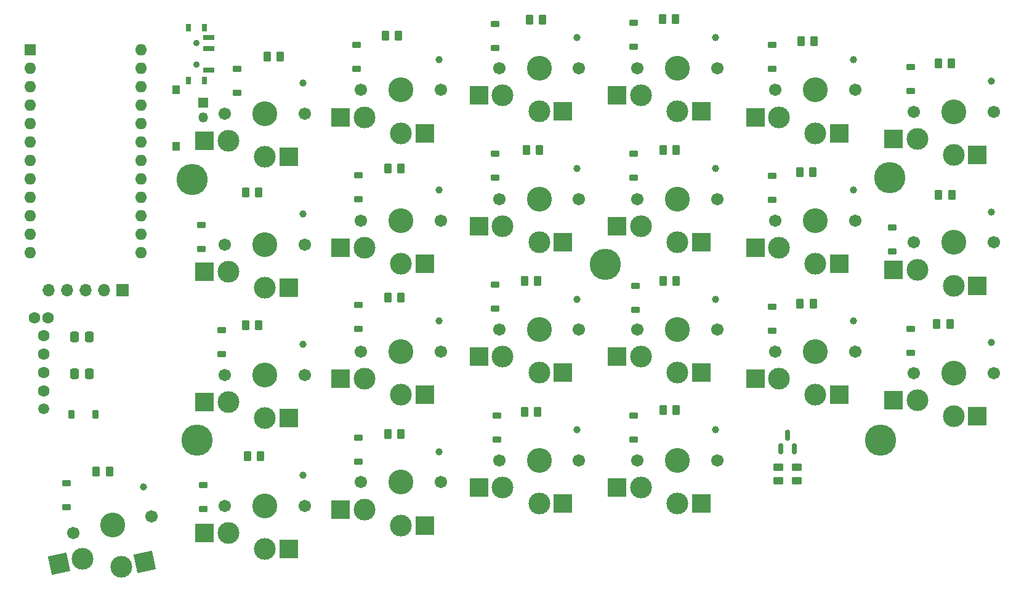
<source format=gbr>
%TF.GenerationSoftware,KiCad,Pcbnew,7.0.5-0*%
%TF.CreationDate,2023-10-17T19:27:59+10:30*%
%TF.ProjectId,Rolio,526f6c69-6f2e-46b6-9963-61645f706362,rev?*%
%TF.SameCoordinates,Original*%
%TF.FileFunction,Soldermask,Bot*%
%TF.FilePolarity,Negative*%
%FSLAX46Y46*%
G04 Gerber Fmt 4.6, Leading zero omitted, Abs format (unit mm)*
G04 Created by KiCad (PCBNEW 7.0.5-0) date 2023-10-17 19:27:59*
%MOMM*%
%LPD*%
G01*
G04 APERTURE LIST*
G04 Aperture macros list*
%AMRoundRect*
0 Rectangle with rounded corners*
0 $1 Rounding radius*
0 $2 $3 $4 $5 $6 $7 $8 $9 X,Y pos of 4 corners*
0 Add a 4 corners polygon primitive as box body*
4,1,4,$2,$3,$4,$5,$6,$7,$8,$9,$2,$3,0*
0 Add four circle primitives for the rounded corners*
1,1,$1+$1,$2,$3*
1,1,$1+$1,$4,$5*
1,1,$1+$1,$6,$7*
1,1,$1+$1,$8,$9*
0 Add four rect primitives between the rounded corners*
20,1,$1+$1,$2,$3,$4,$5,0*
20,1,$1+$1,$4,$5,$6,$7,0*
20,1,$1+$1,$6,$7,$8,$9,0*
20,1,$1+$1,$8,$9,$2,$3,0*%
%AMRotRect*
0 Rectangle, with rotation*
0 The origin of the aperture is its center*
0 $1 length*
0 $2 width*
0 $3 Rotation angle, in degrees counterclockwise*
0 Add horizontal line*
21,1,$1,$2,0,0,$3*%
G04 Aperture macros list end*
%ADD10C,1.701800*%
%ADD11C,3.000000*%
%ADD12C,3.429000*%
%ADD13C,0.990600*%
%ADD14R,2.600000X2.600000*%
%ADD15R,1.700000X1.700000*%
%ADD16O,1.700000X1.700000*%
%ADD17C,1.500000*%
%ADD18C,1.600000*%
%ADD19C,4.300000*%
%ADD20R,1.600000X1.600000*%
%ADD21O,1.600000X1.600000*%
%ADD22RotRect,2.600000X2.600000X12.000000*%
%ADD23R,1.350000X1.350000*%
%ADD24O,1.350000X1.350000*%
%ADD25RoundRect,0.250000X0.262500X0.450000X-0.262500X0.450000X-0.262500X-0.450000X0.262500X-0.450000X0*%
%ADD26RoundRect,0.225000X-0.375000X0.225000X-0.375000X-0.225000X0.375000X-0.225000X0.375000X0.225000X0*%
%ADD27RoundRect,0.250000X0.337500X0.475000X-0.337500X0.475000X-0.337500X-0.475000X0.337500X-0.475000X0*%
%ADD28RoundRect,0.250000X0.450000X-0.262500X0.450000X0.262500X-0.450000X0.262500X-0.450000X-0.262500X0*%
%ADD29R,0.800000X1.000000*%
%ADD30C,0.900000*%
%ADD31R,1.500000X0.700000*%
%ADD32RoundRect,0.250000X-0.337500X-0.475000X0.337500X-0.475000X0.337500X0.475000X-0.337500X0.475000X0*%
%ADD33R,1.000000X1.250000*%
%ADD34RoundRect,0.225000X0.225000X0.375000X-0.225000X0.375000X-0.225000X-0.375000X0.225000X-0.375000X0*%
%ADD35RoundRect,0.150000X0.150000X-0.587500X0.150000X0.587500X-0.150000X0.587500X-0.150000X-0.587500X0*%
G04 APERTURE END LIST*
D10*
%TO.C,SW_B0*%
X96680500Y-46530000D03*
D11*
X97180500Y-50280000D03*
D12*
X102180500Y-46530000D03*
D11*
X102180500Y-52480000D03*
D13*
X107400500Y-42330000D03*
D10*
X107680500Y-46530000D03*
D14*
X105455500Y-52480000D03*
X93905500Y-50280000D03*
%TD*%
D10*
%TO.C,SW_B3*%
X58680500Y-97530000D03*
D11*
X59180500Y-101280000D03*
D12*
X64180500Y-97530000D03*
D11*
X64180500Y-103480000D03*
D13*
X69400500Y-93330000D03*
D10*
X69680500Y-97530000D03*
D14*
X67455500Y-103480000D03*
X55905500Y-101280000D03*
%TD*%
D10*
%TO.C,SW_B4*%
X77680500Y-97530000D03*
D11*
X78180500Y-101280000D03*
D12*
X83180500Y-97530000D03*
D11*
X83180500Y-103480000D03*
D13*
X88400500Y-93330000D03*
D10*
X88680500Y-97530000D03*
D14*
X86455500Y-103480000D03*
X74905500Y-101280000D03*
%TD*%
D10*
%TO.C,SW_C1*%
X77680500Y-61530000D03*
D11*
X78180500Y-65280000D03*
D12*
X83180500Y-61530000D03*
D11*
X83180500Y-67480000D03*
D13*
X88400500Y-57330000D03*
D10*
X88680500Y-61530000D03*
D14*
X86455500Y-67480000D03*
X74905500Y-65280000D03*
%TD*%
D10*
%TO.C,SW_B1*%
X96680500Y-64530000D03*
D11*
X97180500Y-68280000D03*
D12*
X102180500Y-64530000D03*
D11*
X102180500Y-70480000D03*
D13*
X107400500Y-60330000D03*
D10*
X107680500Y-64530000D03*
D14*
X105455500Y-70480000D03*
X93905500Y-68280000D03*
%TD*%
D15*
%TO.C,Nice!View1*%
X6908000Y-74090000D03*
D16*
X4368000Y-74090000D03*
X1828000Y-74090000D03*
X-712000Y-74090000D03*
X-3252000Y-74090000D03*
%TD*%
D10*
%TO.C,SW_F0*%
X20960500Y-49780000D03*
D11*
X21460500Y-53530000D03*
D12*
X26460500Y-49780000D03*
D11*
X26460500Y-55730000D03*
D13*
X31680500Y-45580000D03*
D10*
X31960500Y-49780000D03*
D14*
X29735500Y-55730000D03*
X18185500Y-53530000D03*
%TD*%
D17*
%TO.C,RE_1*%
X-3942000Y-90440000D03*
D18*
X-3942000Y-80330000D03*
X-3942000Y-82870000D03*
X-3942000Y-85410000D03*
X-3942000Y-87950000D03*
X-5167000Y-77940000D03*
X-3317000Y-77940000D03*
%TD*%
D10*
%TO.C,SW_A2*%
X115680500Y-85530000D03*
D11*
X116180500Y-89280000D03*
D12*
X121180500Y-85530000D03*
D11*
X121180500Y-91480000D03*
D13*
X126400500Y-81330000D03*
D10*
X126680500Y-85530000D03*
D14*
X124455500Y-91480000D03*
X112905500Y-89280000D03*
%TD*%
D10*
%TO.C,SW_D1*%
X58680500Y-61530000D03*
D11*
X59180500Y-65280000D03*
D12*
X64180500Y-61530000D03*
D11*
X64180500Y-67480000D03*
D13*
X69400500Y-57330000D03*
D10*
X69680500Y-61530000D03*
D14*
X67455500Y-67480000D03*
X55905500Y-65280000D03*
%TD*%
D19*
%TO.C,H4*%
X17108000Y-94784000D03*
%TD*%
D10*
%TO.C,SW_E2*%
X39680500Y-82530000D03*
D11*
X40180500Y-86280000D03*
D12*
X45180500Y-82530000D03*
D11*
X45180500Y-88480000D03*
D13*
X50400500Y-78330000D03*
D10*
X50680500Y-82530000D03*
D14*
X48455500Y-88480000D03*
X36905500Y-86280000D03*
%TD*%
D10*
%TO.C,SW_D2*%
X58680500Y-79530000D03*
D11*
X59180500Y-83280000D03*
D12*
X64180500Y-79530000D03*
D11*
X64180500Y-85480000D03*
D13*
X69400500Y-75330000D03*
D10*
X69680500Y-79530000D03*
D14*
X67455500Y-85480000D03*
X55905500Y-83280000D03*
%TD*%
D19*
%TO.C,H3*%
X16470000Y-58840000D03*
%TD*%
D10*
%TO.C,SW_E0*%
X39680500Y-46530000D03*
D11*
X40180500Y-50280000D03*
D12*
X45180500Y-46530000D03*
D11*
X45180500Y-52480000D03*
D13*
X50400500Y-42330000D03*
D10*
X50680500Y-46530000D03*
D14*
X48455500Y-52480000D03*
X36905500Y-50280000D03*
%TD*%
D19*
%TO.C,H1*%
X112393000Y-58572000D03*
%TD*%
D20*
%TO.C,NICE_NANO1*%
X-5792000Y-40980000D03*
D21*
X-5792000Y-43520000D03*
X-5792000Y-46060000D03*
X-5792000Y-48600000D03*
X-5792000Y-51140000D03*
X-5792000Y-53680000D03*
X-5792000Y-56220000D03*
X-5792000Y-58760000D03*
X-5792000Y-61300000D03*
X-5792000Y-63840000D03*
X-5792000Y-66380000D03*
X-5792000Y-68920000D03*
X9448000Y-68920000D03*
X9448000Y-66380000D03*
X9448000Y-63840000D03*
X9448000Y-61300000D03*
X9448000Y-58760000D03*
X9448000Y-56220000D03*
X9448000Y-53680000D03*
X9448000Y-51140000D03*
X9448000Y-48600000D03*
X9448000Y-46060000D03*
X9448000Y-43520000D03*
X9448000Y-40980000D03*
%TD*%
D10*
%TO.C,SW_A1*%
X115680500Y-67530000D03*
D11*
X116180500Y-71280000D03*
D12*
X121180500Y-67530000D03*
D11*
X121180500Y-73480000D03*
D13*
X126400500Y-63330000D03*
D10*
X126680500Y-67530000D03*
D14*
X124455500Y-73480000D03*
X112905500Y-71280000D03*
%TD*%
D10*
%TO.C,SW_A0*%
X115680500Y-49530000D03*
D11*
X116180500Y-53280000D03*
D12*
X121180500Y-49530000D03*
D11*
X121180500Y-55480000D03*
D13*
X126400500Y-45330000D03*
D10*
X126680500Y-49530000D03*
D14*
X124455500Y-55480000D03*
X112905500Y-53280000D03*
%TD*%
D19*
%TO.C,H5*%
X73322500Y-70526000D03*
%TD*%
D10*
%TO.C,SW_F2*%
X20960500Y-85780000D03*
D11*
X21460500Y-89530000D03*
D12*
X26460500Y-85780000D03*
D11*
X26460500Y-91730000D03*
D13*
X31680500Y-81580000D03*
D10*
X31960500Y-85780000D03*
D14*
X29735500Y-91730000D03*
X18185500Y-89530000D03*
%TD*%
D10*
%TO.C,SW_D0*%
X58680500Y-43530000D03*
D11*
X59180500Y-47280000D03*
D12*
X64180500Y-43530000D03*
D11*
X64180500Y-49480000D03*
D13*
X69400500Y-39330000D03*
D10*
X69680500Y-43530000D03*
D14*
X67455500Y-49480000D03*
X55905500Y-47280000D03*
%TD*%
D10*
%TO.C,SW_E3*%
X141068Y-107547989D03*
D11*
X1409811Y-111112087D03*
D12*
X5520880Y-106404475D03*
D11*
X6757955Y-112224453D03*
D13*
X9753581Y-101210956D03*
D10*
X10900692Y-105260961D03*
D22*
X9961388Y-111543542D03*
X-1793623Y-111792998D03*
%TD*%
D10*
%TO.C,SW_F1*%
X20960500Y-67825000D03*
D11*
X21460500Y-71575000D03*
D12*
X26460500Y-67825000D03*
D11*
X26460500Y-73775000D03*
D13*
X31680500Y-63625000D03*
D10*
X31960500Y-67825000D03*
D14*
X29735500Y-73775000D03*
X18185500Y-71575000D03*
%TD*%
D10*
%TO.C,SW_C2*%
X77680500Y-79530000D03*
D11*
X78180500Y-83280000D03*
D12*
X83180500Y-79530000D03*
D11*
X83180500Y-85480000D03*
D13*
X88400500Y-75330000D03*
D10*
X88680500Y-79530000D03*
D14*
X86455500Y-85480000D03*
X74905500Y-83280000D03*
%TD*%
D23*
%TO.C,BATT1*%
X18034000Y-48270000D03*
D24*
X18034000Y-50270000D03*
%TD*%
D10*
%TO.C,SW_E1*%
X39680500Y-64530000D03*
D11*
X40180500Y-68280000D03*
D12*
X45180500Y-64530000D03*
D11*
X45180500Y-70480000D03*
D13*
X50400500Y-60330000D03*
D10*
X50680500Y-64530000D03*
D14*
X48455500Y-70480000D03*
X36905500Y-68280000D03*
%TD*%
D10*
%TO.C,SW_C0*%
X77680500Y-43530000D03*
D11*
X78180500Y-47280000D03*
D12*
X83180500Y-43530000D03*
D11*
X83180500Y-49480000D03*
D13*
X88400500Y-39330000D03*
D10*
X88680500Y-43530000D03*
D14*
X86455500Y-49480000D03*
X74905500Y-47280000D03*
%TD*%
D10*
%TO.C,SW_C3*%
X39680500Y-100530000D03*
D11*
X40180500Y-104280000D03*
D12*
X45180500Y-100530000D03*
D11*
X45180500Y-106480000D03*
D13*
X50400500Y-96330000D03*
D10*
X50680500Y-100530000D03*
D14*
X48455500Y-106480000D03*
X36905500Y-104280000D03*
%TD*%
D10*
%TO.C,SW_B2*%
X96680500Y-82530000D03*
D11*
X97180500Y-86280000D03*
D12*
X102180500Y-82530000D03*
D11*
X102180500Y-88480000D03*
D13*
X107400500Y-78330000D03*
D10*
X107680500Y-82530000D03*
D14*
X105455500Y-88480000D03*
X93905500Y-86280000D03*
%TD*%
D10*
%TO.C,SW_D3*%
X20960500Y-103780000D03*
D11*
X21460500Y-107530000D03*
D12*
X26460500Y-103780000D03*
D11*
X26460500Y-109730000D03*
D13*
X31680500Y-99580000D03*
D10*
X31960500Y-103780000D03*
D14*
X29735500Y-109730000D03*
X18185500Y-107530000D03*
%TD*%
D25*
%TO.C,R8*%
X120904000Y-42888000D03*
X119079000Y-42888000D03*
%TD*%
D26*
%TO.C,D17*%
X96266000Y-76416000D03*
X96266000Y-79716000D03*
%TD*%
D27*
%TO.C,C2*%
X2347500Y-85646000D03*
X272500Y-85646000D03*
%TD*%
D19*
%TO.C,H2*%
X111158000Y-94778000D03*
%TD*%
D26*
%TO.C,D10*%
X77216000Y-55334000D03*
X77216000Y-58634000D03*
%TD*%
%TO.C,D13*%
X20574000Y-79592000D03*
X20574000Y-82892000D03*
%TD*%
D25*
%TO.C,R12*%
X83058000Y-54826000D03*
X81233000Y-54826000D03*
%TD*%
D26*
%TO.C,D1*%
X22624500Y-43650000D03*
X22624500Y-46950000D03*
%TD*%
D25*
%TO.C,R10*%
X45212000Y-57366000D03*
X43387000Y-57366000D03*
%TD*%
D26*
%TO.C,D12*%
X112776000Y-65496000D03*
X112776000Y-68796000D03*
%TD*%
%TO.C,D14*%
X39370000Y-76162500D03*
X39370000Y-79462500D03*
%TD*%
D28*
%TO.C,R2*%
X97094000Y-100339000D03*
X97094000Y-98514000D03*
%TD*%
D25*
%TO.C,R21*%
X5098500Y-99060000D03*
X3273500Y-99060000D03*
%TD*%
D26*
%TO.C,D15*%
X58166000Y-73368000D03*
X58166000Y-76668000D03*
%TD*%
D25*
%TO.C,R18*%
X83058000Y-72860000D03*
X81233000Y-72860000D03*
%TD*%
%TO.C,R19*%
X101872500Y-75946000D03*
X100047500Y-75946000D03*
%TD*%
%TO.C,R14*%
X120922500Y-60960000D03*
X119097500Y-60960000D03*
%TD*%
D26*
%TO.C,D3*%
X58166000Y-37428000D03*
X58166000Y-40728000D03*
%TD*%
D25*
%TO.C,R24*%
X64008000Y-90894000D03*
X62183000Y-90894000D03*
%TD*%
D28*
%TO.C,R1*%
X99634000Y-100339000D03*
X99634000Y-98514000D03*
%TD*%
D26*
%TO.C,D22*%
X39370000Y-94454000D03*
X39370000Y-97754000D03*
%TD*%
%TO.C,D23*%
X58420000Y-91402000D03*
X58420000Y-94702000D03*
%TD*%
%TO.C,D11*%
X96266000Y-58382000D03*
X96266000Y-61682000D03*
%TD*%
%TO.C,D7*%
X17780000Y-65114000D03*
X17780000Y-68414000D03*
%TD*%
D29*
%TO.C,SW4*%
X15927000Y-45208000D03*
X18137000Y-45208000D03*
D30*
X17027000Y-43058000D03*
X17027000Y-40058000D03*
D29*
X15927000Y-37908000D03*
X18137000Y-37908000D03*
D31*
X18787000Y-43808000D03*
X18787000Y-40808000D03*
X18787000Y-39308000D03*
%TD*%
D25*
%TO.C,R20*%
X120668500Y-78740000D03*
X118843500Y-78740000D03*
%TD*%
D26*
%TO.C,D20*%
X-762000Y-100674000D03*
X-762000Y-103974000D03*
%TD*%
D25*
%TO.C,R6*%
X82954500Y-36792000D03*
X81129500Y-36792000D03*
%TD*%
D26*
%TO.C,D29*%
X77216000Y-91402000D03*
X77216000Y-94702000D03*
%TD*%
%TO.C,D4*%
X77216000Y-37300000D03*
X77216000Y-40600000D03*
%TD*%
D25*
%TO.C,R4*%
X44873000Y-39078000D03*
X43048000Y-39078000D03*
%TD*%
D32*
%TO.C,C1*%
X273500Y-80566000D03*
X2348500Y-80566000D03*
%TD*%
D33*
%TO.C,RESET1*%
X14292000Y-54282000D03*
X14292000Y-46532000D03*
%TD*%
D26*
%TO.C,D2*%
X39116000Y-40348000D03*
X39116000Y-43648000D03*
%TD*%
%TO.C,D8*%
X39370000Y-58256000D03*
X39370000Y-61556000D03*
%TD*%
D25*
%TO.C,R11*%
X64262000Y-54826000D03*
X62437000Y-54826000D03*
%TD*%
D26*
%TO.C,D18*%
X115316000Y-79464000D03*
X115316000Y-82764000D03*
%TD*%
D25*
%TO.C,R15*%
X25654000Y-78956000D03*
X23829000Y-78956000D03*
%TD*%
%TO.C,R22*%
X25908000Y-96990000D03*
X24083000Y-96990000D03*
%TD*%
D26*
%TO.C,D5*%
X96266000Y-40348000D03*
X96266000Y-43648000D03*
%TD*%
D25*
%TO.C,R7*%
X102004500Y-39840000D03*
X100179500Y-39840000D03*
%TD*%
D26*
%TO.C,D6*%
X115316000Y-43396000D03*
X115316000Y-46696000D03*
%TD*%
%TO.C,D9*%
X58166000Y-55334000D03*
X58166000Y-58634000D03*
%TD*%
D25*
%TO.C,R25*%
X83058000Y-90640000D03*
X81233000Y-90640000D03*
%TD*%
D34*
%TO.C,D19*%
X3192500Y-91234000D03*
X-107500Y-91234000D03*
%TD*%
D35*
%TO.C,Q1*%
X99314000Y-95974000D03*
X97414000Y-95974000D03*
X98364000Y-94099000D03*
%TD*%
D25*
%TO.C,R23*%
X45212000Y-93942000D03*
X43387000Y-93942000D03*
%TD*%
D26*
%TO.C,D21*%
X18034000Y-100928000D03*
X18034000Y-104228000D03*
%TD*%
D25*
%TO.C,R5*%
X64685000Y-36830000D03*
X62860000Y-36830000D03*
%TD*%
D26*
%TO.C,D16*%
X77470000Y-73496000D03*
X77470000Y-76796000D03*
%TD*%
D25*
%TO.C,R17*%
X64008000Y-72860000D03*
X62183000Y-72860000D03*
%TD*%
%TO.C,R16*%
X45212000Y-75146000D03*
X43387000Y-75146000D03*
%TD*%
%TO.C,R9*%
X25654000Y-60668000D03*
X23829000Y-60668000D03*
%TD*%
%TO.C,R3*%
X28617000Y-41910000D03*
X26792000Y-41910000D03*
%TD*%
%TO.C,R13*%
X101854000Y-57874000D03*
X100029000Y-57874000D03*
%TD*%
M02*

</source>
